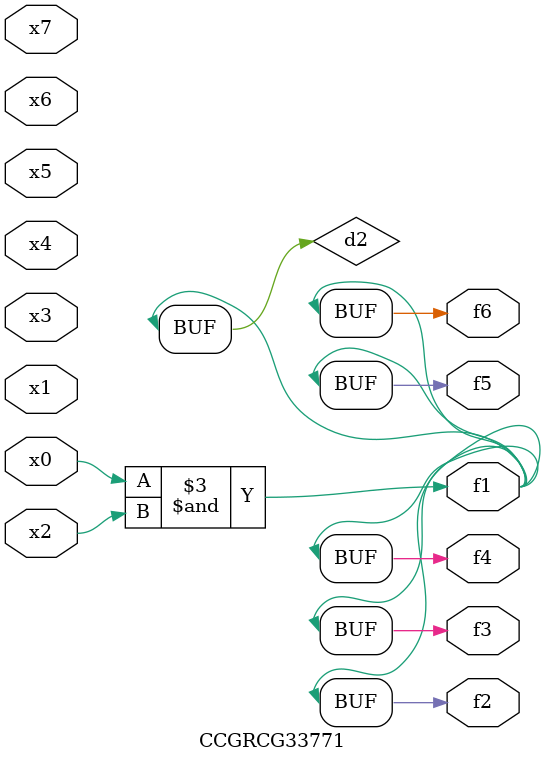
<source format=v>
module CCGRCG33771(
	input x0, x1, x2, x3, x4, x5, x6, x7,
	output f1, f2, f3, f4, f5, f6
);

	wire d1, d2;

	nor (d1, x3, x6);
	and (d2, x0, x2);
	assign f1 = d2;
	assign f2 = d2;
	assign f3 = d2;
	assign f4 = d2;
	assign f5 = d2;
	assign f6 = d2;
endmodule

</source>
